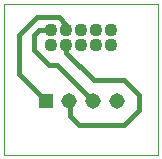
<source format=gtl>
G75*
%MOIN*%
%OFA0B0*%
%FSLAX25Y25*%
%IPPOS*%
%LPD*%
%AMOC8*
5,1,8,0,0,1.08239X$1,22.5*
%
%ADD10C,0.00000*%
%ADD11R,0.05150X0.05150*%
%ADD12C,0.05150*%
%ADD13C,0.04362*%
%ADD14C,0.01600*%
D10*
X0005000Y0010000D02*
X0005000Y0060361D01*
X0056501Y0060361D01*
X0056470Y0009970D01*
X0005000Y0010000D01*
D11*
X0018989Y0028000D03*
D12*
X0026863Y0028000D03*
X0034737Y0028000D03*
X0042611Y0028000D03*
D13*
X0040800Y0046800D03*
X0040800Y0051800D03*
X0035800Y0051800D03*
X0035800Y0046800D03*
X0030800Y0046800D03*
X0030800Y0051800D03*
X0025800Y0051800D03*
X0025800Y0046800D03*
X0020800Y0046800D03*
X0020800Y0051800D03*
D14*
X0016800Y0051800D01*
X0015000Y0050000D01*
X0015000Y0045000D01*
X0020000Y0040000D01*
X0022737Y0040000D01*
X0034737Y0028000D01*
X0035000Y0035000D02*
X0025800Y0044200D01*
X0025800Y0046800D01*
X0025800Y0051800D02*
X0025800Y0053500D01*
X0023300Y0056000D01*
X0016000Y0056000D01*
X0010000Y0050000D01*
X0010000Y0036989D01*
X0018989Y0028000D01*
X0026863Y0028000D02*
X0027000Y0027863D01*
X0027000Y0022900D01*
X0029900Y0020000D01*
X0045000Y0020000D01*
X0050000Y0025000D01*
X0050000Y0030000D01*
X0045000Y0035000D01*
X0035000Y0035000D01*
M02*

</source>
